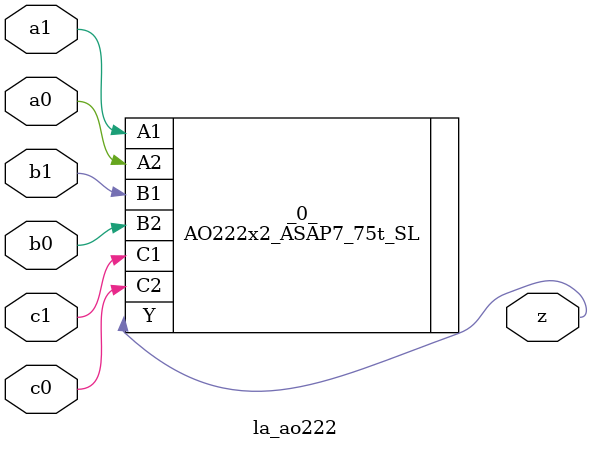
<source format=v>
/* Generated by Yosys 0.37 (git sha1 a5c7f69ed, clang 14.0.0-1ubuntu1.1 -fPIC -Os) */

module la_ao222(a0, a1, b0, b1, c0, c1, z);
  input a0;
  wire a0;
  input a1;
  wire a1;
  input b0;
  wire b0;
  input b1;
  wire b1;
  input c0;
  wire c0;
  input c1;
  wire c1;
  output z;
  wire z;
  AO222x2_ASAP7_75t_SL _0_ (
    .A1(a1),
    .A2(a0),
    .B1(b1),
    .B2(b0),
    .C1(c1),
    .C2(c0),
    .Y(z)
  );
endmodule

</source>
